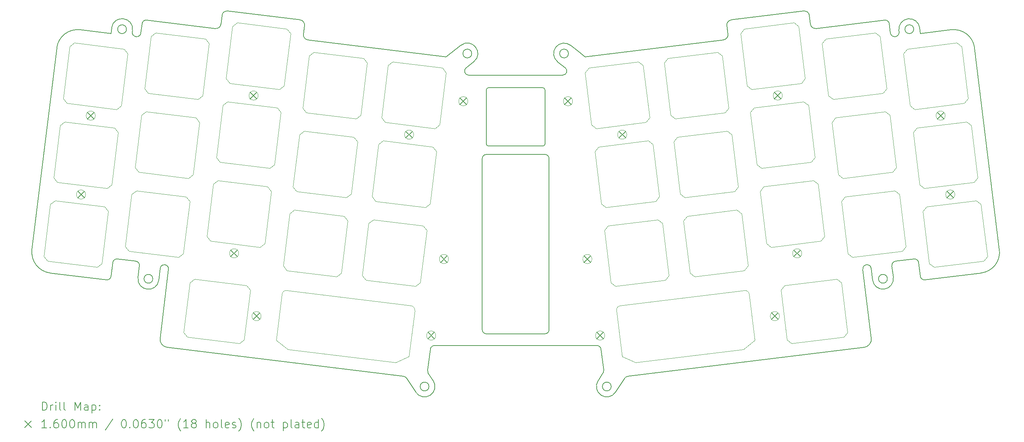
<source format=gbr>
%TF.GenerationSoftware,KiCad,Pcbnew,7.0.10-7.0.10~ubuntu23.04.1*%
%TF.CreationDate,Date%
%TF.ProjectId,plate,706c6174-652e-46b6-9963-61645f706362,v0.1*%
%TF.SameCoordinates,Original*%
%TF.FileFunction,Drillmap*%
%TF.FilePolarity,Positive*%
%FSLAX45Y45*%
G04 Gerber Fmt 4.5, Leading zero omitted, Abs format (unit mm)*
G04 Created by KiCad*
%MOMM*%
%LPD*%
G01*
G04 APERTURE LIST*
%ADD10C,0.200000*%
%ADD11C,0.050000*%
%ADD12C,0.160000*%
G04 APERTURE END LIST*
D10*
X7768292Y-5899563D02*
X9505248Y-6112834D01*
X13000263Y-6996607D02*
X13352501Y-6720889D01*
X24349350Y-12254164D02*
G75*
G03*
X24460788Y-12341232I99260J12194D01*
G01*
X17344395Y-14654494D02*
X23002554Y-13959760D01*
X15313947Y-9135806D02*
X14013947Y-9135806D01*
X5019723Y-11927357D02*
X4979547Y-12254570D01*
X3086355Y-11619111D02*
G75*
G03*
X3521694Y-12176319I496255J-60949D01*
G01*
X13660987Y-7114385D02*
G75*
G03*
X13352501Y-6720889I-154247J196745D01*
G01*
X16636342Y-14759971D02*
G75*
G03*
X17055221Y-15032984I209438J-136509D01*
G01*
X13611743Y-6917636D02*
G75*
G03*
X13401743Y-6917636I-105000J0D01*
G01*
X13401743Y-6917636D02*
G75*
G03*
X13611743Y-6917636I105000J0D01*
G01*
X5131165Y-11840286D02*
G75*
G03*
X5019723Y-11927357I-12195J-99244D01*
G01*
X6155813Y-12066852D02*
X6121562Y-12345799D01*
X12273674Y-15033392D02*
X12056088Y-14699552D01*
X5574672Y-6512416D02*
X5582675Y-6513399D01*
X25807199Y-12175911D02*
G75*
G03*
X26242538Y-11618705I-60919J496261D01*
G01*
X9609729Y-6246564D02*
X9583984Y-6456240D01*
X23002554Y-13959759D02*
G75*
G03*
X23176689Y-13736877I-24374J198509D01*
G01*
X12720579Y-13914990D02*
X16608264Y-13914636D01*
X24349347Y-12254164D02*
X24309170Y-11926951D01*
X5487603Y-6400975D02*
G75*
G03*
X5574672Y-6512416I99257J-12185D01*
G01*
X6152205Y-13737283D02*
X6354315Y-12091221D01*
X5659546Y-12005918D02*
G75*
G03*
X5572472Y-11894475I-99266J12178D01*
G01*
X5625289Y-12284864D02*
X5659540Y-12005917D01*
X21720071Y-6213315D02*
G75*
G03*
X21853807Y-6317795I119129J14655D01*
G01*
X6326340Y-13960166D02*
X11984498Y-14654900D01*
X24335684Y-6303549D02*
G75*
G03*
X23836896Y-6364792I-249394J-30621D01*
G01*
X23207331Y-12345393D02*
X23173081Y-12066446D01*
X7475087Y-6318200D02*
G75*
G03*
X7608817Y-6213720I14613J119120D01*
G01*
X19640428Y-6589563D02*
G75*
G03*
X19744910Y-6455834I-14608J119093D01*
G01*
X23207335Y-12345393D02*
G75*
G03*
X23703604Y-12284458I248135J30463D01*
G01*
X14013947Y-7735806D02*
X15313947Y-7735806D01*
X9583985Y-6456240D02*
G75*
G03*
X9688465Y-6589969I119085J-14640D01*
G01*
X13477932Y-7257363D02*
G75*
G03*
X13539500Y-7436170I61558J-78807D01*
G01*
X9609728Y-6246564D02*
G75*
G03*
X9505248Y-6112834I-119118J14614D01*
G01*
X25648849Y-6783501D02*
X26242538Y-11618705D01*
X15927151Y-6917230D02*
G75*
G03*
X15717151Y-6917230I-105000J0D01*
G01*
X15717151Y-6917230D02*
G75*
G03*
X15927151Y-6917230I105000J0D01*
G01*
X15464069Y-9434813D02*
X15464069Y-13534813D01*
X13539500Y-7436170D02*
X15789529Y-7435847D01*
X24352305Y-6438942D02*
X25091641Y-6348163D01*
X15364069Y-13634813D02*
X13964069Y-13634813D01*
X13660985Y-7114383D02*
X13477930Y-7257360D01*
X5491997Y-6365198D02*
G75*
G03*
X4993213Y-6303955I-249392J30621D01*
G01*
X21853807Y-6317795D02*
X23495992Y-6116160D01*
X5625289Y-12284864D02*
G75*
G03*
X6121562Y-12345799I248137J-30467D01*
G01*
X16170920Y-6872985D02*
X16328630Y-6996201D01*
X4237252Y-6348569D02*
X4976589Y-6439348D01*
X5832901Y-6116571D02*
G75*
G03*
X5721460Y-6203634I-12191J-99249D01*
G01*
X12720579Y-13914988D02*
G75*
G03*
X12621475Y-14001701I11J-100002D01*
G01*
X23756422Y-11894072D02*
G75*
G03*
X23669354Y-12005511I12178J-99248D01*
G01*
X15976392Y-6720482D02*
X16170920Y-6872985D01*
X4237252Y-6348570D02*
G75*
G03*
X3680044Y-6783907I-60922J-496290D01*
G01*
X13864077Y-13534813D02*
G75*
G03*
X13964069Y-13634813I100023J23D01*
G01*
X19744910Y-6455834D02*
X19719165Y-6246158D01*
X23669354Y-12005511D02*
X23703604Y-12284458D01*
X23560468Y-12314926D02*
G75*
G03*
X23350468Y-12314926I-105000J0D01*
G01*
X23350468Y-12314926D02*
G75*
G03*
X23560468Y-12314926I105000J0D01*
G01*
X5832902Y-6116566D02*
X7475087Y-6318201D01*
X15363954Y-7785806D02*
G75*
G03*
X15313947Y-7735806I-50004J-4D01*
G01*
X25807199Y-12175913D02*
X24460788Y-12341232D01*
X23607431Y-6203228D02*
G75*
G03*
X23495992Y-6116160I-99251J-12182D01*
G01*
X17272806Y-14699146D02*
X17055220Y-15032986D01*
X15363947Y-7785806D02*
X15363947Y-9085806D01*
X4868105Y-12341637D02*
G75*
G03*
X4979547Y-12254570I12185J99257D01*
G01*
X5582675Y-6513397D02*
G75*
G03*
X5694116Y-6426331I12185J99257D01*
G01*
X16707385Y-14001340D02*
X16774719Y-14503251D01*
X23634779Y-6425925D02*
G75*
G03*
X23746219Y-6512993I99261J12195D01*
G01*
X13964069Y-9334813D02*
X15364069Y-9334813D01*
X16707385Y-14001340D02*
G75*
G03*
X16608264Y-13914636I-99115J-13300D01*
G01*
X19823646Y-6112429D02*
X21560602Y-5899157D01*
X12588114Y-14896882D02*
G75*
G03*
X12378114Y-14896882I-105000J0D01*
G01*
X12378114Y-14896882D02*
G75*
G03*
X12588114Y-14896882I105000J0D01*
G01*
X24191288Y-6334171D02*
G75*
G03*
X23981288Y-6334171I-105000J0D01*
G01*
X23981288Y-6334171D02*
G75*
G03*
X24191288Y-6334171I105000J0D01*
G01*
X23836896Y-6364792D02*
X23841289Y-6400569D01*
X23607433Y-6203228D02*
X23634777Y-6425925D01*
X13964069Y-9334809D02*
G75*
G03*
X13864069Y-9434813I1J-100001D01*
G01*
X25648854Y-6783501D02*
G75*
G03*
X25091641Y-6348163I-496284J-60949D01*
G01*
X12273673Y-15033389D02*
G75*
G03*
X12692555Y-14760375I209444J136503D01*
G01*
X9688465Y-6589970D02*
X13000263Y-6996607D01*
X16328630Y-6996201D02*
X19640428Y-6589564D01*
X15313947Y-9135807D02*
G75*
G03*
X15363947Y-9085806I3J49997D01*
G01*
X24309168Y-11926952D02*
G75*
G03*
X24197729Y-11839884I-99248J-12178D01*
G01*
X15464067Y-9434813D02*
G75*
G03*
X15364069Y-9334813I-99997J3D01*
G01*
X16636338Y-14759969D02*
X16759388Y-14571135D01*
X15976392Y-6720483D02*
G75*
G03*
X15667909Y-7113977I-154242J-196747D01*
G01*
X13963947Y-9085806D02*
X13963947Y-7785806D01*
X15789529Y-7435849D02*
G75*
G03*
X15851070Y-7257038I-9J99999D01*
G01*
X16950780Y-14896476D02*
G75*
G03*
X16740779Y-14896476I-105000J0D01*
G01*
X16740779Y-14896476D02*
G75*
G03*
X16950780Y-14896476I105000J0D01*
G01*
X4868105Y-12341638D02*
X3521694Y-12176319D01*
X23756422Y-11894069D02*
X24197729Y-11839884D01*
X5131165Y-11840290D02*
X5572472Y-11894475D01*
X12554177Y-14503658D02*
G75*
G03*
X12569505Y-14571541I99113J-13292D01*
G01*
X12569505Y-14571541D02*
X12692555Y-14760375D01*
X5487605Y-6400975D02*
X5491997Y-6365198D01*
X17344396Y-14654496D02*
G75*
G03*
X17272806Y-14699146I12184J-99254D01*
G01*
X21694332Y-6003638D02*
X21720076Y-6213314D01*
X23173082Y-12066442D02*
G75*
G03*
X22974578Y-12090815I-99252J-12188D01*
G01*
X24352260Y-6438580D02*
X24335681Y-6303549D01*
X16759388Y-14571135D02*
G75*
G03*
X16774719Y-14503251I-83778J54595D01*
G01*
X6152205Y-13737283D02*
G75*
G03*
X6326340Y-13960166I198505J-24377D01*
G01*
X13864069Y-13534813D02*
X13864069Y-9434813D01*
X19823646Y-6112427D02*
G75*
G03*
X19719165Y-6246158I14634J-119113D01*
G01*
X23746219Y-6512993D02*
X23754221Y-6512010D01*
X7608817Y-6213720D02*
X7634562Y-6004044D01*
X5978426Y-12315332D02*
G75*
G03*
X5768426Y-12315332I-105000J0D01*
G01*
X5768426Y-12315332D02*
G75*
G03*
X5978426Y-12315332I105000J0D01*
G01*
X12554174Y-14503657D02*
X12621475Y-14001701D01*
X5694116Y-6426331D02*
X5721460Y-6203634D01*
X12056089Y-14699551D02*
G75*
G03*
X11984498Y-14654900I-83779J-54609D01*
G01*
X15851070Y-7257038D02*
X15667909Y-7113977D01*
X13963954Y-9085806D02*
G75*
G03*
X14013947Y-9135806I49996J-4D01*
G01*
X5347605Y-6334577D02*
G75*
G03*
X5137605Y-6334577I-105000J0D01*
G01*
X5137605Y-6334577D02*
G75*
G03*
X5347605Y-6334577I105000J0D01*
G01*
X15364069Y-13634819D02*
G75*
G03*
X15464069Y-13534813I-9J100009D01*
G01*
X14013947Y-7735807D02*
G75*
G03*
X13963947Y-7785806I3J-50003D01*
G01*
X3086356Y-11619111D02*
X3680044Y-6783907D01*
X4993213Y-6303955D02*
X4976633Y-6438986D01*
X21694340Y-6003637D02*
G75*
G03*
X21560602Y-5899157I-119120J-14643D01*
G01*
X23754221Y-6512008D02*
G75*
G03*
X23841289Y-6400569I-12191J99258D01*
G01*
X22974578Y-12090815D02*
X23176689Y-13736877D01*
X6354308Y-12091220D02*
G75*
G03*
X6155813Y-12066848I-99248J12180D01*
G01*
X7768292Y-5899557D02*
G75*
G03*
X7634562Y-6004044I-14603J-119133D01*
G01*
D11*
X19960333Y-10667365D02*
X18769278Y-10813608D01*
X19960333Y-10667365D02*
X20071774Y-10754433D01*
X18682210Y-10925050D02*
X18769278Y-10813608D01*
X18682210Y-10925050D02*
X18835765Y-12175658D01*
X20225330Y-12005041D02*
X20071774Y-10754433D01*
X18835765Y-12175658D02*
X18947207Y-12262726D01*
X20138262Y-12116482D02*
X20225330Y-12005041D01*
X18947207Y-12262726D02*
X20138262Y-12116482D01*
X21793093Y-9962504D02*
X20602038Y-10108747D01*
X21793093Y-9962504D02*
X21904535Y-10049572D01*
X20514970Y-10220189D02*
X20602038Y-10108747D01*
X20514970Y-10220189D02*
X20668525Y-11470797D01*
X22058090Y-11300180D02*
X21904535Y-10049572D01*
X20668525Y-11470797D02*
X20779967Y-11557864D01*
X21971022Y-11411621D02*
X22058090Y-11300180D01*
X20779967Y-11557864D02*
X21971022Y-11411621D01*
X11544755Y-8567043D02*
X12735810Y-8713286D01*
X11544755Y-8567043D02*
X11457687Y-8455601D01*
X12847252Y-8626218D02*
X12735810Y-8713286D01*
X12847252Y-8626218D02*
X13000807Y-7375610D01*
X11611243Y-7204993D02*
X11457687Y-8455601D01*
X13000807Y-7375610D02*
X12913739Y-7264169D01*
X11722684Y-7117925D02*
X11611243Y-7204993D01*
X12913739Y-7264169D02*
X11722684Y-7117925D01*
X11312594Y-10457843D02*
X12503649Y-10604086D01*
X11312594Y-10457843D02*
X11225526Y-10346402D01*
X12615091Y-10517019D02*
X12503649Y-10604086D01*
X12615091Y-10517019D02*
X12768646Y-9266411D01*
X11379081Y-9095794D02*
X11225526Y-10346402D01*
X12768646Y-9266411D02*
X12681578Y-9154969D01*
X11490523Y-9008726D02*
X11379081Y-9095794D01*
X12681578Y-9154969D02*
X11490523Y-9008726D01*
X6863423Y-12410222D02*
X6717180Y-13601277D01*
X6863423Y-12410222D02*
X6974865Y-12323154D01*
X6804247Y-13712719D02*
X6717180Y-13601277D01*
X6804247Y-13712719D02*
X8054856Y-13866274D01*
X8225473Y-12476710D02*
X6974865Y-12323154D01*
X8054856Y-13866274D02*
X8166297Y-13779207D01*
X8312540Y-12588151D02*
X8225473Y-12476710D01*
X8166297Y-13779207D02*
X8312540Y-12588151D01*
X23741934Y-10203043D02*
X22550878Y-10349286D01*
X23741934Y-10203043D02*
X23853375Y-10290111D01*
X22463811Y-10460728D02*
X22550878Y-10349286D01*
X22463811Y-10460728D02*
X22617366Y-11711336D01*
X24006931Y-11540719D02*
X23853375Y-10290111D01*
X22617366Y-11711336D02*
X22728808Y-11798403D01*
X23919863Y-11652160D02*
X24006931Y-11540719D01*
X22728808Y-11798403D02*
X23919863Y-11652160D01*
X16026897Y-8060706D02*
G75*
G03*
X15806897Y-8060706I-110000J0D01*
G01*
X15806897Y-8060706D02*
G75*
G03*
X16026897Y-8060706I110000J0D01*
G01*
X23509773Y-8312242D02*
X22318717Y-8458486D01*
X23509773Y-8312242D02*
X23621214Y-8399310D01*
X22231650Y-8569927D02*
X22318717Y-8458486D01*
X22231650Y-8569927D02*
X22385205Y-9820535D01*
X23774770Y-9649918D02*
X23621214Y-8399310D01*
X22385205Y-9820535D02*
X22496646Y-9907603D01*
X23687702Y-9761360D02*
X23774770Y-9649918D01*
X22496646Y-9907603D02*
X23687702Y-9761360D01*
X12751814Y-13675067D02*
G75*
G03*
X12531814Y-13675067I-110000J0D01*
G01*
X12531814Y-13675067D02*
G75*
G03*
X12751814Y-13675067I110000J0D01*
G01*
X8570397Y-13211116D02*
G75*
G03*
X8350397Y-13211116I-110000J0D01*
G01*
X8350397Y-13211116D02*
G75*
G03*
X8570397Y-13211116I110000J0D01*
G01*
X24945353Y-8405144D02*
G75*
G03*
X24725353Y-8405144I-110000J0D01*
G01*
X24725353Y-8405144D02*
G75*
G03*
X24945353Y-8405144I110000J0D01*
G01*
X16796080Y-13675067D02*
G75*
G03*
X16576080Y-13675067I-110000J0D01*
G01*
X16576080Y-13675067D02*
G75*
G03*
X16796080Y-13675067I110000J0D01*
G01*
X13056675Y-11842307D02*
G75*
G03*
X12836675Y-11842307I-110000J0D01*
G01*
X12836675Y-11842307D02*
G75*
G03*
X13056675Y-11842307I110000J0D01*
G01*
X5408032Y-11652160D02*
X6599087Y-11798403D01*
X5408032Y-11652160D02*
X5320964Y-11540719D01*
X6710528Y-11711336D02*
X6599087Y-11798403D01*
X6710528Y-11711336D02*
X6864084Y-10460728D01*
X5474519Y-10290111D02*
X5320964Y-11540719D01*
X6864084Y-10460728D02*
X6777016Y-10349286D01*
X5585961Y-10203043D02*
X5474519Y-10290111D01*
X6777016Y-10349286D02*
X5585961Y-10203043D01*
X18069533Y-10899526D02*
X16878477Y-11045769D01*
X18069533Y-10899526D02*
X18180974Y-10986594D01*
X16791409Y-11157211D02*
X16878477Y-11045769D01*
X16791409Y-11157211D02*
X16944965Y-12407819D01*
X18334529Y-12237202D02*
X18180974Y-10986594D01*
X16944965Y-12407819D02*
X17056406Y-12494887D01*
X18247462Y-12348644D02*
X18334529Y-12237202D01*
X17056406Y-12494887D02*
X18247462Y-12348644D01*
X9653955Y-8334882D02*
X10845010Y-8481125D01*
X9653955Y-8334882D02*
X9566887Y-8223440D01*
X10956451Y-8394057D02*
X10845010Y-8481125D01*
X10956451Y-8394057D02*
X11110007Y-7143449D01*
X9720442Y-6972832D02*
X9566887Y-8223440D01*
X11110007Y-7143449D02*
X11022939Y-7032007D01*
X9831884Y-6885764D02*
X9720442Y-6972832D01*
X11022939Y-7032007D02*
X9831884Y-6885764D01*
X4370380Y-10295944D02*
G75*
G03*
X4150380Y-10295944I-110000J0D01*
G01*
X4150380Y-10295944D02*
G75*
G03*
X4370380Y-10295944I110000J0D01*
G01*
X11080433Y-12348644D02*
X12271488Y-12494887D01*
X11080433Y-12348644D02*
X10993365Y-12237202D01*
X12382930Y-12407819D02*
X12271488Y-12494887D01*
X12382930Y-12407819D02*
X12536485Y-11157211D01*
X11146920Y-10986594D02*
X10993365Y-12237202D01*
X12536485Y-11157211D02*
X12449417Y-11045769D01*
X11258362Y-10899526D02*
X11146920Y-10986594D01*
X12449417Y-11045769D02*
X11258362Y-10899526D01*
X8936406Y-13790949D02*
X9072291Y-12684260D01*
X8936406Y-13790949D02*
X9212234Y-14006168D01*
X9183732Y-12597193D02*
X12161370Y-12962801D01*
X11792853Y-14323029D02*
X9212234Y-14006168D01*
X12248438Y-13074242D02*
X12112554Y-14180931D01*
X12112554Y-14180931D02*
X11792853Y-14323029D01*
X9183732Y-12597193D02*
G75*
G03*
X9072291Y-12684260I-12187J-99254D01*
G01*
X12248438Y-13074242D02*
G75*
G03*
X12161370Y-12962801I-99255J12187D01*
G01*
X3691352Y-10001899D02*
X4882407Y-10148142D01*
X3691352Y-10001899D02*
X3604284Y-9890457D01*
X4993849Y-10061074D02*
X4882407Y-10148142D01*
X4993849Y-10061074D02*
X5147404Y-8810466D01*
X3757840Y-8639849D02*
X3604284Y-9890457D01*
X5147404Y-8810466D02*
X5060337Y-8699025D01*
X3869281Y-8552782D02*
X3757840Y-8639849D01*
X5060337Y-8699025D02*
X3869281Y-8552782D01*
X23277612Y-6421442D02*
X22086556Y-6567685D01*
X23277612Y-6421442D02*
X23389053Y-6508510D01*
X21999489Y-6679127D02*
X22086556Y-6567685D01*
X21999489Y-6679127D02*
X22153044Y-7929735D01*
X23542608Y-7759118D02*
X23389053Y-6508510D01*
X22153044Y-7929735D02*
X22264485Y-8016803D01*
X23455541Y-7870559D02*
X23542608Y-7759118D01*
X22264485Y-8016803D02*
X23455541Y-7870559D01*
X25226452Y-6661981D02*
X24035397Y-6808224D01*
X25226452Y-6661981D02*
X25337894Y-6749049D01*
X23948329Y-6919666D02*
X24035397Y-6808224D01*
X23948329Y-6919666D02*
X24101885Y-8170274D01*
X25491449Y-7999657D02*
X25337894Y-6749049D01*
X24101885Y-8170274D02*
X24213326Y-8257342D01*
X25404381Y-8111098D02*
X25491449Y-7999657D01*
X24213326Y-8257342D02*
X25404381Y-8111098D01*
X5640193Y-9761360D02*
X6831248Y-9907603D01*
X5640193Y-9761360D02*
X5553125Y-9649918D01*
X6942689Y-9820535D02*
X6831248Y-9907603D01*
X6942689Y-9820535D02*
X7096245Y-8569927D01*
X5706680Y-8399310D02*
X5553125Y-9649918D01*
X7096245Y-8569927D02*
X7009177Y-8458486D01*
X5818122Y-8312242D02*
X5706680Y-8399310D01*
X7009177Y-8458486D02*
X5818122Y-8312242D01*
X3923513Y-8111098D02*
X5114568Y-8257342D01*
X3923513Y-8111098D02*
X3836445Y-7999657D01*
X5226010Y-8170274D02*
X5114568Y-8257342D01*
X5226010Y-8170274D02*
X5379565Y-6919666D01*
X3990001Y-6749049D02*
X3836445Y-7999657D01*
X5379565Y-6919666D02*
X5292498Y-6808224D01*
X4101442Y-6661981D02*
X3990001Y-6749049D01*
X5292498Y-6808224D02*
X4101442Y-6661981D01*
X5872354Y-7870559D02*
X7063409Y-8016803D01*
X5872354Y-7870559D02*
X5785286Y-7759118D01*
X7174851Y-7929735D02*
X7063409Y-8016803D01*
X7174851Y-7929735D02*
X7328406Y-6679127D01*
X5938841Y-6508510D02*
X5785286Y-7759118D01*
X7328406Y-6679127D02*
X7241338Y-6567685D01*
X6050283Y-6421442D02*
X5938841Y-6508510D01*
X7241338Y-6567685D02*
X6050283Y-6421442D01*
X7589033Y-9520821D02*
X8780089Y-9667064D01*
X7589033Y-9520821D02*
X7501966Y-9409379D01*
X8891530Y-9579996D02*
X8780089Y-9667064D01*
X8891530Y-9579996D02*
X9045086Y-8329388D01*
X7655521Y-8158771D02*
X7501966Y-9409379D01*
X9045086Y-8329388D02*
X8958018Y-8217947D01*
X7766962Y-8071703D02*
X7655521Y-8158771D01*
X8958018Y-8217947D02*
X7766962Y-8071703D01*
X25690911Y-10443261D02*
X24499856Y-10589504D01*
X25690911Y-10443261D02*
X25802353Y-10530328D01*
X24412788Y-10700945D02*
X24499856Y-10589504D01*
X24412788Y-10700945D02*
X24566344Y-11951553D01*
X25955908Y-11780936D02*
X25802353Y-10530328D01*
X24566344Y-11951553D02*
X24677785Y-12038621D01*
X25868840Y-11892378D02*
X25955908Y-11780936D01*
X24677785Y-12038621D02*
X25868840Y-11892378D01*
X16491219Y-11842307D02*
G75*
G03*
X16271219Y-11842307I-110000J0D01*
G01*
X16271219Y-11842307D02*
G75*
G03*
X16491219Y-11842307I110000J0D01*
G01*
X8500223Y-7924065D02*
G75*
G03*
X8280223Y-7924065I-110000J0D01*
G01*
X8280223Y-7924065D02*
G75*
G03*
X8500223Y-7924065I110000J0D01*
G01*
X13520998Y-8060706D02*
G75*
G03*
X13300998Y-8060706I-110000J0D01*
G01*
X13300998Y-8060706D02*
G75*
G03*
X13520998Y-8060706I110000J0D01*
G01*
X8035284Y-11705585D02*
G75*
G03*
X7815284Y-11705585I-110000J0D01*
G01*
X7815284Y-11705585D02*
G75*
G03*
X8035284Y-11705585I110000J0D01*
G01*
X21047672Y-7924065D02*
G75*
G03*
X20827672Y-7924065I-110000J0D01*
G01*
X20827672Y-7924065D02*
G75*
G03*
X21047672Y-7924065I110000J0D01*
G01*
X17324727Y-8861006D02*
G75*
G03*
X17104727Y-8861006I-110000J0D01*
G01*
X17104727Y-8861006D02*
G75*
G03*
X17324727Y-8861006I110000J0D01*
G01*
X3459808Y-11892781D02*
X4650863Y-12039024D01*
X3459808Y-11892781D02*
X3372740Y-11781340D01*
X4762305Y-11951957D02*
X4650863Y-12039024D01*
X4762305Y-11951957D02*
X4915860Y-10701349D01*
X3526295Y-10530732D02*
X3372740Y-11781340D01*
X4915860Y-10701349D02*
X4828792Y-10589907D01*
X3637737Y-10443664D02*
X3526295Y-10530732D01*
X4828792Y-10589907D02*
X3637737Y-10443664D01*
X21512610Y-11705584D02*
G75*
G03*
X21292610Y-11705584I-110000J0D01*
G01*
X21292610Y-11705584D02*
G75*
G03*
X21512610Y-11705584I110000J0D01*
G01*
X9189632Y-12116482D02*
X10380688Y-12262726D01*
X9189632Y-12116482D02*
X9102565Y-12005041D01*
X10492129Y-12175658D02*
X10380688Y-12262726D01*
X10492129Y-12175658D02*
X10645685Y-10925050D01*
X9256120Y-10754433D02*
X9102565Y-12005041D01*
X10645685Y-10925050D02*
X10558617Y-10813608D01*
X9367562Y-10667365D02*
X9256120Y-10754433D01*
X10558617Y-10813608D02*
X9367562Y-10667365D01*
X17215341Y-14180931D02*
X17079456Y-13074242D01*
X17215341Y-14180931D02*
X17535041Y-14323029D01*
X17166524Y-12962801D02*
X20144162Y-12597193D01*
X20115661Y-14006168D02*
X17535041Y-14323029D01*
X20255604Y-12684260D02*
X20391488Y-13790949D01*
X20391488Y-13790949D02*
X20115661Y-14006168D01*
X17166524Y-12962801D02*
G75*
G03*
X17079456Y-13074242I12187J-99254D01*
G01*
X20255604Y-12684260D02*
G75*
G03*
X20144162Y-12597193I-99255J-12187D01*
G01*
X7356872Y-11411621D02*
X8547928Y-11557864D01*
X7356872Y-11411621D02*
X7269804Y-11300180D01*
X8659369Y-11470797D02*
X8547928Y-11557864D01*
X8659369Y-11470797D02*
X8812925Y-10220189D01*
X7423360Y-10049572D02*
X7269804Y-11300180D01*
X8812925Y-10220189D02*
X8725857Y-10108747D01*
X7534801Y-9962504D02*
X7423360Y-10049572D01*
X8725857Y-10108747D02*
X7534801Y-9962504D01*
X25458613Y-8552782D02*
X24267558Y-8699025D01*
X25458613Y-8552782D02*
X25570055Y-8639849D01*
X24180490Y-8810466D02*
X24267558Y-8699025D01*
X24180490Y-8810466D02*
X24334046Y-10061074D01*
X25723610Y-9890457D02*
X25570055Y-8639849D01*
X24334046Y-10061074D02*
X24445487Y-10148142D01*
X25636543Y-10001899D02*
X25723610Y-9890457D01*
X24445487Y-10148142D02*
X25636543Y-10001899D01*
X17605210Y-7117925D02*
X16414155Y-7264169D01*
X17605210Y-7117925D02*
X17716652Y-7204993D01*
X16327087Y-7375610D02*
X16414155Y-7264169D01*
X16327087Y-7375610D02*
X16480643Y-8626218D01*
X17870207Y-8455601D02*
X17716652Y-7204993D01*
X16480643Y-8626218D02*
X16592084Y-8713286D01*
X17783140Y-8567043D02*
X17870207Y-8455601D01*
X16592084Y-8713286D02*
X17783140Y-8567043D01*
X20977497Y-13211116D02*
G75*
G03*
X20757497Y-13211116I-110000J0D01*
G01*
X20757497Y-13211116D02*
G75*
G03*
X20977497Y-13211116I110000J0D01*
G01*
X19728172Y-8776565D02*
X18537116Y-8922808D01*
X19728172Y-8776565D02*
X19839613Y-8863632D01*
X18450049Y-9034250D02*
X18537116Y-8922808D01*
X18450049Y-9034250D02*
X18603604Y-10284858D01*
X19993169Y-10114241D02*
X19839613Y-8863632D01*
X18603604Y-10284858D02*
X18715046Y-10371925D01*
X19906101Y-10225682D02*
X19993169Y-10114241D01*
X18715046Y-10371925D02*
X19906101Y-10225682D01*
X12223167Y-8861006D02*
G75*
G03*
X12003167Y-8861006I-110000J0D01*
G01*
X12003167Y-8861006D02*
G75*
G03*
X12223167Y-8861006I110000J0D01*
G01*
X25177514Y-10295944D02*
G75*
G03*
X24957514Y-10295944I-110000J0D01*
G01*
X24957514Y-10295944D02*
G75*
G03*
X25177514Y-10295944I110000J0D01*
G01*
X17837371Y-9008726D02*
X16646316Y-9154969D01*
X17837371Y-9008726D02*
X17948813Y-9095794D01*
X16559248Y-9266411D02*
X16646316Y-9154969D01*
X16559248Y-9266411D02*
X16712804Y-10517019D01*
X18102368Y-10346402D02*
X17948813Y-9095794D01*
X16712804Y-10517019D02*
X16824245Y-10604086D01*
X18015301Y-10457843D02*
X18102368Y-10346402D01*
X16824245Y-10604086D02*
X18015301Y-10457843D01*
X4602542Y-8405144D02*
G75*
G03*
X4382542Y-8405144I-110000J0D01*
G01*
X4382542Y-8405144D02*
G75*
G03*
X4602542Y-8405144I110000J0D01*
G01*
X21328771Y-6180903D02*
X20137716Y-6327146D01*
X21328771Y-6180903D02*
X21440212Y-6267971D01*
X20050648Y-6438588D02*
X20137716Y-6327146D01*
X20050648Y-6438588D02*
X20204203Y-7689196D01*
X21593768Y-7518579D02*
X21440212Y-6267971D01*
X20204203Y-7689196D02*
X20315645Y-7776264D01*
X21506700Y-7630020D02*
X21593768Y-7518579D01*
X20315645Y-7776264D02*
X21506700Y-7630020D01*
X19496011Y-6885764D02*
X18304955Y-7032007D01*
X19496011Y-6885764D02*
X19607452Y-6972832D01*
X18217888Y-7143449D02*
X18304955Y-7032007D01*
X18217888Y-7143449D02*
X18371443Y-8394057D01*
X19761008Y-8223440D02*
X19607452Y-6972832D01*
X18371443Y-8394057D02*
X18482885Y-8481125D01*
X19673940Y-8334882D02*
X19761008Y-8223440D01*
X18482885Y-8481125D02*
X19673940Y-8334882D01*
X21015354Y-12588151D02*
X21161597Y-13779207D01*
X21015354Y-12588151D02*
X21102422Y-12476710D01*
X21273039Y-13866274D02*
X21161597Y-13779207D01*
X21273039Y-13866274D02*
X22523647Y-13712719D01*
X22353030Y-12323154D02*
X21102422Y-12476710D01*
X22523647Y-13712719D02*
X22610715Y-13601277D01*
X22464471Y-12410222D02*
X22353030Y-12323154D01*
X22610715Y-13601277D02*
X22464471Y-12410222D01*
X7821194Y-7630020D02*
X9012250Y-7776264D01*
X7821194Y-7630020D02*
X7734127Y-7518579D01*
X9123691Y-7689196D02*
X9012250Y-7776264D01*
X9123691Y-7689196D02*
X9277247Y-6438588D01*
X7887682Y-6267971D02*
X7734127Y-7518579D01*
X9277247Y-6438588D02*
X9190179Y-6327146D01*
X7999124Y-6180903D02*
X7887682Y-6267971D01*
X9190179Y-6327146D02*
X7999124Y-6180903D01*
X9421793Y-10225682D02*
X10612849Y-10371925D01*
X9421793Y-10225682D02*
X9334726Y-10114241D01*
X10724290Y-10284858D02*
X10612849Y-10371925D01*
X10724290Y-10284858D02*
X10877846Y-9034250D01*
X9488281Y-8863632D02*
X9334726Y-10114241D01*
X10877846Y-9034250D02*
X10790778Y-8922808D01*
X9599723Y-8776565D02*
X9488281Y-8863632D01*
X10790778Y-8922808D02*
X9599723Y-8776565D01*
X21560932Y-8071703D02*
X20369877Y-8217947D01*
X21560932Y-8071703D02*
X21672374Y-8158771D01*
X20282809Y-8329388D02*
X20369877Y-8217947D01*
X20282809Y-8329388D02*
X20436364Y-9579996D01*
X21825929Y-9409379D02*
X21672374Y-8158771D01*
X20436364Y-9579996D02*
X20547806Y-9667064D01*
X21738861Y-9520821D02*
X21825929Y-9409379D01*
X20547806Y-9667064D02*
X21738861Y-9520821D01*
D10*
D12*
X4180380Y-10215944D02*
X4340380Y-10375944D01*
X4340380Y-10215944D02*
X4180380Y-10375944D01*
X4412542Y-8325144D02*
X4572542Y-8485144D01*
X4572542Y-8325144D02*
X4412542Y-8485144D01*
X7845284Y-11625585D02*
X8005284Y-11785585D01*
X8005284Y-11625585D02*
X7845284Y-11785585D01*
X8310223Y-7844065D02*
X8470223Y-8004065D01*
X8470223Y-7844065D02*
X8310223Y-8004065D01*
X8380397Y-13131116D02*
X8540397Y-13291116D01*
X8540397Y-13131116D02*
X8380397Y-13291116D01*
X12033167Y-8781006D02*
X12193167Y-8941006D01*
X12193167Y-8781006D02*
X12033167Y-8941006D01*
X12561814Y-13595067D02*
X12721814Y-13755067D01*
X12721814Y-13595067D02*
X12561814Y-13755067D01*
X12866675Y-11762307D02*
X13026675Y-11922307D01*
X13026675Y-11762307D02*
X12866675Y-11922307D01*
X13330998Y-7980706D02*
X13490998Y-8140706D01*
X13490998Y-7980706D02*
X13330998Y-8140706D01*
X15836897Y-7980706D02*
X15996897Y-8140706D01*
X15996897Y-7980706D02*
X15836897Y-8140706D01*
X16301219Y-11762307D02*
X16461219Y-11922307D01*
X16461219Y-11762307D02*
X16301219Y-11922307D01*
X16606080Y-13595067D02*
X16766080Y-13755067D01*
X16766080Y-13595067D02*
X16606080Y-13755067D01*
X17134727Y-8781006D02*
X17294727Y-8941006D01*
X17294727Y-8781006D02*
X17134727Y-8941006D01*
X20787497Y-13131116D02*
X20947497Y-13291116D01*
X20947497Y-13131116D02*
X20787497Y-13291116D01*
X20857672Y-7844065D02*
X21017672Y-8004065D01*
X21017672Y-7844065D02*
X20857672Y-8004065D01*
X21322610Y-11625584D02*
X21482610Y-11785584D01*
X21482610Y-11625584D02*
X21322610Y-11785584D01*
X24755353Y-8325144D02*
X24915353Y-8485144D01*
X24915353Y-8325144D02*
X24755353Y-8485144D01*
X24987514Y-10215944D02*
X25147514Y-10375944D01*
X25147514Y-10215944D02*
X24987514Y-10375944D01*
D10*
X3333403Y-15468369D02*
X3333403Y-15268369D01*
X3333403Y-15268369D02*
X3381022Y-15268369D01*
X3381022Y-15268369D02*
X3409593Y-15277893D01*
X3409593Y-15277893D02*
X3428641Y-15296941D01*
X3428641Y-15296941D02*
X3438165Y-15315988D01*
X3438165Y-15315988D02*
X3447689Y-15354084D01*
X3447689Y-15354084D02*
X3447689Y-15382655D01*
X3447689Y-15382655D02*
X3438165Y-15420750D01*
X3438165Y-15420750D02*
X3428641Y-15439798D01*
X3428641Y-15439798D02*
X3409593Y-15458846D01*
X3409593Y-15458846D02*
X3381022Y-15468369D01*
X3381022Y-15468369D02*
X3333403Y-15468369D01*
X3533403Y-15468369D02*
X3533403Y-15335036D01*
X3533403Y-15373131D02*
X3542927Y-15354084D01*
X3542927Y-15354084D02*
X3552450Y-15344560D01*
X3552450Y-15344560D02*
X3571498Y-15335036D01*
X3571498Y-15335036D02*
X3590546Y-15335036D01*
X3657212Y-15468369D02*
X3657212Y-15335036D01*
X3657212Y-15268369D02*
X3647689Y-15277893D01*
X3647689Y-15277893D02*
X3657212Y-15287417D01*
X3657212Y-15287417D02*
X3666736Y-15277893D01*
X3666736Y-15277893D02*
X3657212Y-15268369D01*
X3657212Y-15268369D02*
X3657212Y-15287417D01*
X3781022Y-15468369D02*
X3761974Y-15458846D01*
X3761974Y-15458846D02*
X3752450Y-15439798D01*
X3752450Y-15439798D02*
X3752450Y-15268369D01*
X3885784Y-15468369D02*
X3866736Y-15458846D01*
X3866736Y-15458846D02*
X3857212Y-15439798D01*
X3857212Y-15439798D02*
X3857212Y-15268369D01*
X4114355Y-15468369D02*
X4114355Y-15268369D01*
X4114355Y-15268369D02*
X4181022Y-15411227D01*
X4181022Y-15411227D02*
X4247689Y-15268369D01*
X4247689Y-15268369D02*
X4247689Y-15468369D01*
X4428641Y-15468369D02*
X4428641Y-15363608D01*
X4428641Y-15363608D02*
X4419117Y-15344560D01*
X4419117Y-15344560D02*
X4400070Y-15335036D01*
X4400070Y-15335036D02*
X4361974Y-15335036D01*
X4361974Y-15335036D02*
X4342927Y-15344560D01*
X4428641Y-15458846D02*
X4409593Y-15468369D01*
X4409593Y-15468369D02*
X4361974Y-15468369D01*
X4361974Y-15468369D02*
X4342927Y-15458846D01*
X4342927Y-15458846D02*
X4333403Y-15439798D01*
X4333403Y-15439798D02*
X4333403Y-15420750D01*
X4333403Y-15420750D02*
X4342927Y-15401703D01*
X4342927Y-15401703D02*
X4361974Y-15392179D01*
X4361974Y-15392179D02*
X4409593Y-15392179D01*
X4409593Y-15392179D02*
X4428641Y-15382655D01*
X4523879Y-15335036D02*
X4523879Y-15535036D01*
X4523879Y-15344560D02*
X4542927Y-15335036D01*
X4542927Y-15335036D02*
X4581022Y-15335036D01*
X4581022Y-15335036D02*
X4600070Y-15344560D01*
X4600070Y-15344560D02*
X4609593Y-15354084D01*
X4609593Y-15354084D02*
X4619117Y-15373131D01*
X4619117Y-15373131D02*
X4619117Y-15430274D01*
X4619117Y-15430274D02*
X4609593Y-15449322D01*
X4609593Y-15449322D02*
X4600070Y-15458846D01*
X4600070Y-15458846D02*
X4581022Y-15468369D01*
X4581022Y-15468369D02*
X4542927Y-15468369D01*
X4542927Y-15468369D02*
X4523879Y-15458846D01*
X4704832Y-15449322D02*
X4714355Y-15458846D01*
X4714355Y-15458846D02*
X4704832Y-15468369D01*
X4704832Y-15468369D02*
X4695308Y-15458846D01*
X4695308Y-15458846D02*
X4704832Y-15449322D01*
X4704832Y-15449322D02*
X4704832Y-15468369D01*
X4704832Y-15344560D02*
X4714355Y-15354084D01*
X4714355Y-15354084D02*
X4704832Y-15363608D01*
X4704832Y-15363608D02*
X4695308Y-15354084D01*
X4695308Y-15354084D02*
X4704832Y-15344560D01*
X4704832Y-15344560D02*
X4704832Y-15363608D01*
D12*
X2912626Y-15716886D02*
X3072626Y-15876886D01*
X3072626Y-15716886D02*
X2912626Y-15876886D01*
D10*
X3438165Y-15888369D02*
X3323879Y-15888369D01*
X3381022Y-15888369D02*
X3381022Y-15688369D01*
X3381022Y-15688369D02*
X3361974Y-15716941D01*
X3361974Y-15716941D02*
X3342927Y-15735988D01*
X3342927Y-15735988D02*
X3323879Y-15745512D01*
X3523879Y-15869322D02*
X3533403Y-15878846D01*
X3533403Y-15878846D02*
X3523879Y-15888369D01*
X3523879Y-15888369D02*
X3514355Y-15878846D01*
X3514355Y-15878846D02*
X3523879Y-15869322D01*
X3523879Y-15869322D02*
X3523879Y-15888369D01*
X3704831Y-15688369D02*
X3666736Y-15688369D01*
X3666736Y-15688369D02*
X3647689Y-15697893D01*
X3647689Y-15697893D02*
X3638165Y-15707417D01*
X3638165Y-15707417D02*
X3619117Y-15735988D01*
X3619117Y-15735988D02*
X3609593Y-15774084D01*
X3609593Y-15774084D02*
X3609593Y-15850274D01*
X3609593Y-15850274D02*
X3619117Y-15869322D01*
X3619117Y-15869322D02*
X3628641Y-15878846D01*
X3628641Y-15878846D02*
X3647689Y-15888369D01*
X3647689Y-15888369D02*
X3685784Y-15888369D01*
X3685784Y-15888369D02*
X3704831Y-15878846D01*
X3704831Y-15878846D02*
X3714355Y-15869322D01*
X3714355Y-15869322D02*
X3723879Y-15850274D01*
X3723879Y-15850274D02*
X3723879Y-15802655D01*
X3723879Y-15802655D02*
X3714355Y-15783608D01*
X3714355Y-15783608D02*
X3704831Y-15774084D01*
X3704831Y-15774084D02*
X3685784Y-15764560D01*
X3685784Y-15764560D02*
X3647689Y-15764560D01*
X3647689Y-15764560D02*
X3628641Y-15774084D01*
X3628641Y-15774084D02*
X3619117Y-15783608D01*
X3619117Y-15783608D02*
X3609593Y-15802655D01*
X3847689Y-15688369D02*
X3866736Y-15688369D01*
X3866736Y-15688369D02*
X3885784Y-15697893D01*
X3885784Y-15697893D02*
X3895308Y-15707417D01*
X3895308Y-15707417D02*
X3904831Y-15726465D01*
X3904831Y-15726465D02*
X3914355Y-15764560D01*
X3914355Y-15764560D02*
X3914355Y-15812179D01*
X3914355Y-15812179D02*
X3904831Y-15850274D01*
X3904831Y-15850274D02*
X3895308Y-15869322D01*
X3895308Y-15869322D02*
X3885784Y-15878846D01*
X3885784Y-15878846D02*
X3866736Y-15888369D01*
X3866736Y-15888369D02*
X3847689Y-15888369D01*
X3847689Y-15888369D02*
X3828641Y-15878846D01*
X3828641Y-15878846D02*
X3819117Y-15869322D01*
X3819117Y-15869322D02*
X3809593Y-15850274D01*
X3809593Y-15850274D02*
X3800070Y-15812179D01*
X3800070Y-15812179D02*
X3800070Y-15764560D01*
X3800070Y-15764560D02*
X3809593Y-15726465D01*
X3809593Y-15726465D02*
X3819117Y-15707417D01*
X3819117Y-15707417D02*
X3828641Y-15697893D01*
X3828641Y-15697893D02*
X3847689Y-15688369D01*
X4038165Y-15688369D02*
X4057212Y-15688369D01*
X4057212Y-15688369D02*
X4076260Y-15697893D01*
X4076260Y-15697893D02*
X4085784Y-15707417D01*
X4085784Y-15707417D02*
X4095308Y-15726465D01*
X4095308Y-15726465D02*
X4104831Y-15764560D01*
X4104831Y-15764560D02*
X4104831Y-15812179D01*
X4104831Y-15812179D02*
X4095308Y-15850274D01*
X4095308Y-15850274D02*
X4085784Y-15869322D01*
X4085784Y-15869322D02*
X4076260Y-15878846D01*
X4076260Y-15878846D02*
X4057212Y-15888369D01*
X4057212Y-15888369D02*
X4038165Y-15888369D01*
X4038165Y-15888369D02*
X4019117Y-15878846D01*
X4019117Y-15878846D02*
X4009593Y-15869322D01*
X4009593Y-15869322D02*
X4000070Y-15850274D01*
X4000070Y-15850274D02*
X3990546Y-15812179D01*
X3990546Y-15812179D02*
X3990546Y-15764560D01*
X3990546Y-15764560D02*
X4000070Y-15726465D01*
X4000070Y-15726465D02*
X4009593Y-15707417D01*
X4009593Y-15707417D02*
X4019117Y-15697893D01*
X4019117Y-15697893D02*
X4038165Y-15688369D01*
X4190546Y-15888369D02*
X4190546Y-15755036D01*
X4190546Y-15774084D02*
X4200070Y-15764560D01*
X4200070Y-15764560D02*
X4219117Y-15755036D01*
X4219117Y-15755036D02*
X4247689Y-15755036D01*
X4247689Y-15755036D02*
X4266736Y-15764560D01*
X4266736Y-15764560D02*
X4276260Y-15783608D01*
X4276260Y-15783608D02*
X4276260Y-15888369D01*
X4276260Y-15783608D02*
X4285784Y-15764560D01*
X4285784Y-15764560D02*
X4304832Y-15755036D01*
X4304832Y-15755036D02*
X4333403Y-15755036D01*
X4333403Y-15755036D02*
X4352451Y-15764560D01*
X4352451Y-15764560D02*
X4361974Y-15783608D01*
X4361974Y-15783608D02*
X4361974Y-15888369D01*
X4457213Y-15888369D02*
X4457213Y-15755036D01*
X4457213Y-15774084D02*
X4466736Y-15764560D01*
X4466736Y-15764560D02*
X4485784Y-15755036D01*
X4485784Y-15755036D02*
X4514355Y-15755036D01*
X4514355Y-15755036D02*
X4533403Y-15764560D01*
X4533403Y-15764560D02*
X4542927Y-15783608D01*
X4542927Y-15783608D02*
X4542927Y-15888369D01*
X4542927Y-15783608D02*
X4552451Y-15764560D01*
X4552451Y-15764560D02*
X4571498Y-15755036D01*
X4571498Y-15755036D02*
X4600070Y-15755036D01*
X4600070Y-15755036D02*
X4619117Y-15764560D01*
X4619117Y-15764560D02*
X4628641Y-15783608D01*
X4628641Y-15783608D02*
X4628641Y-15888369D01*
X5019117Y-15678846D02*
X4847689Y-15935988D01*
X5276260Y-15688369D02*
X5295308Y-15688369D01*
X5295308Y-15688369D02*
X5314356Y-15697893D01*
X5314356Y-15697893D02*
X5323879Y-15707417D01*
X5323879Y-15707417D02*
X5333403Y-15726465D01*
X5333403Y-15726465D02*
X5342927Y-15764560D01*
X5342927Y-15764560D02*
X5342927Y-15812179D01*
X5342927Y-15812179D02*
X5333403Y-15850274D01*
X5333403Y-15850274D02*
X5323879Y-15869322D01*
X5323879Y-15869322D02*
X5314356Y-15878846D01*
X5314356Y-15878846D02*
X5295308Y-15888369D01*
X5295308Y-15888369D02*
X5276260Y-15888369D01*
X5276260Y-15888369D02*
X5257213Y-15878846D01*
X5257213Y-15878846D02*
X5247689Y-15869322D01*
X5247689Y-15869322D02*
X5238165Y-15850274D01*
X5238165Y-15850274D02*
X5228641Y-15812179D01*
X5228641Y-15812179D02*
X5228641Y-15764560D01*
X5228641Y-15764560D02*
X5238165Y-15726465D01*
X5238165Y-15726465D02*
X5247689Y-15707417D01*
X5247689Y-15707417D02*
X5257213Y-15697893D01*
X5257213Y-15697893D02*
X5276260Y-15688369D01*
X5428641Y-15869322D02*
X5438165Y-15878846D01*
X5438165Y-15878846D02*
X5428641Y-15888369D01*
X5428641Y-15888369D02*
X5419117Y-15878846D01*
X5419117Y-15878846D02*
X5428641Y-15869322D01*
X5428641Y-15869322D02*
X5428641Y-15888369D01*
X5561975Y-15688369D02*
X5581022Y-15688369D01*
X5581022Y-15688369D02*
X5600070Y-15697893D01*
X5600070Y-15697893D02*
X5609594Y-15707417D01*
X5609594Y-15707417D02*
X5619117Y-15726465D01*
X5619117Y-15726465D02*
X5628641Y-15764560D01*
X5628641Y-15764560D02*
X5628641Y-15812179D01*
X5628641Y-15812179D02*
X5619117Y-15850274D01*
X5619117Y-15850274D02*
X5609594Y-15869322D01*
X5609594Y-15869322D02*
X5600070Y-15878846D01*
X5600070Y-15878846D02*
X5581022Y-15888369D01*
X5581022Y-15888369D02*
X5561975Y-15888369D01*
X5561975Y-15888369D02*
X5542927Y-15878846D01*
X5542927Y-15878846D02*
X5533403Y-15869322D01*
X5533403Y-15869322D02*
X5523879Y-15850274D01*
X5523879Y-15850274D02*
X5514356Y-15812179D01*
X5514356Y-15812179D02*
X5514356Y-15764560D01*
X5514356Y-15764560D02*
X5523879Y-15726465D01*
X5523879Y-15726465D02*
X5533403Y-15707417D01*
X5533403Y-15707417D02*
X5542927Y-15697893D01*
X5542927Y-15697893D02*
X5561975Y-15688369D01*
X5800070Y-15688369D02*
X5761974Y-15688369D01*
X5761974Y-15688369D02*
X5742927Y-15697893D01*
X5742927Y-15697893D02*
X5733403Y-15707417D01*
X5733403Y-15707417D02*
X5714355Y-15735988D01*
X5714355Y-15735988D02*
X5704832Y-15774084D01*
X5704832Y-15774084D02*
X5704832Y-15850274D01*
X5704832Y-15850274D02*
X5714355Y-15869322D01*
X5714355Y-15869322D02*
X5723879Y-15878846D01*
X5723879Y-15878846D02*
X5742927Y-15888369D01*
X5742927Y-15888369D02*
X5781022Y-15888369D01*
X5781022Y-15888369D02*
X5800070Y-15878846D01*
X5800070Y-15878846D02*
X5809594Y-15869322D01*
X5809594Y-15869322D02*
X5819117Y-15850274D01*
X5819117Y-15850274D02*
X5819117Y-15802655D01*
X5819117Y-15802655D02*
X5809594Y-15783608D01*
X5809594Y-15783608D02*
X5800070Y-15774084D01*
X5800070Y-15774084D02*
X5781022Y-15764560D01*
X5781022Y-15764560D02*
X5742927Y-15764560D01*
X5742927Y-15764560D02*
X5723879Y-15774084D01*
X5723879Y-15774084D02*
X5714355Y-15783608D01*
X5714355Y-15783608D02*
X5704832Y-15802655D01*
X5885784Y-15688369D02*
X6009594Y-15688369D01*
X6009594Y-15688369D02*
X5942927Y-15764560D01*
X5942927Y-15764560D02*
X5971498Y-15764560D01*
X5971498Y-15764560D02*
X5990546Y-15774084D01*
X5990546Y-15774084D02*
X6000070Y-15783608D01*
X6000070Y-15783608D02*
X6009594Y-15802655D01*
X6009594Y-15802655D02*
X6009594Y-15850274D01*
X6009594Y-15850274D02*
X6000070Y-15869322D01*
X6000070Y-15869322D02*
X5990546Y-15878846D01*
X5990546Y-15878846D02*
X5971498Y-15888369D01*
X5971498Y-15888369D02*
X5914355Y-15888369D01*
X5914355Y-15888369D02*
X5895308Y-15878846D01*
X5895308Y-15878846D02*
X5885784Y-15869322D01*
X6133403Y-15688369D02*
X6152451Y-15688369D01*
X6152451Y-15688369D02*
X6171498Y-15697893D01*
X6171498Y-15697893D02*
X6181022Y-15707417D01*
X6181022Y-15707417D02*
X6190546Y-15726465D01*
X6190546Y-15726465D02*
X6200070Y-15764560D01*
X6200070Y-15764560D02*
X6200070Y-15812179D01*
X6200070Y-15812179D02*
X6190546Y-15850274D01*
X6190546Y-15850274D02*
X6181022Y-15869322D01*
X6181022Y-15869322D02*
X6171498Y-15878846D01*
X6171498Y-15878846D02*
X6152451Y-15888369D01*
X6152451Y-15888369D02*
X6133403Y-15888369D01*
X6133403Y-15888369D02*
X6114355Y-15878846D01*
X6114355Y-15878846D02*
X6104832Y-15869322D01*
X6104832Y-15869322D02*
X6095308Y-15850274D01*
X6095308Y-15850274D02*
X6085784Y-15812179D01*
X6085784Y-15812179D02*
X6085784Y-15764560D01*
X6085784Y-15764560D02*
X6095308Y-15726465D01*
X6095308Y-15726465D02*
X6104832Y-15707417D01*
X6104832Y-15707417D02*
X6114355Y-15697893D01*
X6114355Y-15697893D02*
X6133403Y-15688369D01*
X6276260Y-15688369D02*
X6276260Y-15726465D01*
X6352451Y-15688369D02*
X6352451Y-15726465D01*
X6647689Y-15964560D02*
X6638165Y-15955036D01*
X6638165Y-15955036D02*
X6619117Y-15926465D01*
X6619117Y-15926465D02*
X6609594Y-15907417D01*
X6609594Y-15907417D02*
X6600070Y-15878846D01*
X6600070Y-15878846D02*
X6590546Y-15831227D01*
X6590546Y-15831227D02*
X6590546Y-15793131D01*
X6590546Y-15793131D02*
X6600070Y-15745512D01*
X6600070Y-15745512D02*
X6609594Y-15716941D01*
X6609594Y-15716941D02*
X6619117Y-15697893D01*
X6619117Y-15697893D02*
X6638165Y-15669322D01*
X6638165Y-15669322D02*
X6647689Y-15659798D01*
X6828641Y-15888369D02*
X6714356Y-15888369D01*
X6771498Y-15888369D02*
X6771498Y-15688369D01*
X6771498Y-15688369D02*
X6752451Y-15716941D01*
X6752451Y-15716941D02*
X6733403Y-15735988D01*
X6733403Y-15735988D02*
X6714356Y-15745512D01*
X6942927Y-15774084D02*
X6923879Y-15764560D01*
X6923879Y-15764560D02*
X6914356Y-15755036D01*
X6914356Y-15755036D02*
X6904832Y-15735988D01*
X6904832Y-15735988D02*
X6904832Y-15726465D01*
X6904832Y-15726465D02*
X6914356Y-15707417D01*
X6914356Y-15707417D02*
X6923879Y-15697893D01*
X6923879Y-15697893D02*
X6942927Y-15688369D01*
X6942927Y-15688369D02*
X6981022Y-15688369D01*
X6981022Y-15688369D02*
X7000070Y-15697893D01*
X7000070Y-15697893D02*
X7009594Y-15707417D01*
X7009594Y-15707417D02*
X7019117Y-15726465D01*
X7019117Y-15726465D02*
X7019117Y-15735988D01*
X7019117Y-15735988D02*
X7009594Y-15755036D01*
X7009594Y-15755036D02*
X7000070Y-15764560D01*
X7000070Y-15764560D02*
X6981022Y-15774084D01*
X6981022Y-15774084D02*
X6942927Y-15774084D01*
X6942927Y-15774084D02*
X6923879Y-15783608D01*
X6923879Y-15783608D02*
X6914356Y-15793131D01*
X6914356Y-15793131D02*
X6904832Y-15812179D01*
X6904832Y-15812179D02*
X6904832Y-15850274D01*
X6904832Y-15850274D02*
X6914356Y-15869322D01*
X6914356Y-15869322D02*
X6923879Y-15878846D01*
X6923879Y-15878846D02*
X6942927Y-15888369D01*
X6942927Y-15888369D02*
X6981022Y-15888369D01*
X6981022Y-15888369D02*
X7000070Y-15878846D01*
X7000070Y-15878846D02*
X7009594Y-15869322D01*
X7009594Y-15869322D02*
X7019117Y-15850274D01*
X7019117Y-15850274D02*
X7019117Y-15812179D01*
X7019117Y-15812179D02*
X7009594Y-15793131D01*
X7009594Y-15793131D02*
X7000070Y-15783608D01*
X7000070Y-15783608D02*
X6981022Y-15774084D01*
X7257213Y-15888369D02*
X7257213Y-15688369D01*
X7342927Y-15888369D02*
X7342927Y-15783608D01*
X7342927Y-15783608D02*
X7333403Y-15764560D01*
X7333403Y-15764560D02*
X7314356Y-15755036D01*
X7314356Y-15755036D02*
X7285784Y-15755036D01*
X7285784Y-15755036D02*
X7266737Y-15764560D01*
X7266737Y-15764560D02*
X7257213Y-15774084D01*
X7466737Y-15888369D02*
X7447689Y-15878846D01*
X7447689Y-15878846D02*
X7438165Y-15869322D01*
X7438165Y-15869322D02*
X7428641Y-15850274D01*
X7428641Y-15850274D02*
X7428641Y-15793131D01*
X7428641Y-15793131D02*
X7438165Y-15774084D01*
X7438165Y-15774084D02*
X7447689Y-15764560D01*
X7447689Y-15764560D02*
X7466737Y-15755036D01*
X7466737Y-15755036D02*
X7495308Y-15755036D01*
X7495308Y-15755036D02*
X7514356Y-15764560D01*
X7514356Y-15764560D02*
X7523879Y-15774084D01*
X7523879Y-15774084D02*
X7533403Y-15793131D01*
X7533403Y-15793131D02*
X7533403Y-15850274D01*
X7533403Y-15850274D02*
X7523879Y-15869322D01*
X7523879Y-15869322D02*
X7514356Y-15878846D01*
X7514356Y-15878846D02*
X7495308Y-15888369D01*
X7495308Y-15888369D02*
X7466737Y-15888369D01*
X7647689Y-15888369D02*
X7628641Y-15878846D01*
X7628641Y-15878846D02*
X7619118Y-15859798D01*
X7619118Y-15859798D02*
X7619118Y-15688369D01*
X7800070Y-15878846D02*
X7781022Y-15888369D01*
X7781022Y-15888369D02*
X7742927Y-15888369D01*
X7742927Y-15888369D02*
X7723879Y-15878846D01*
X7723879Y-15878846D02*
X7714356Y-15859798D01*
X7714356Y-15859798D02*
X7714356Y-15783608D01*
X7714356Y-15783608D02*
X7723879Y-15764560D01*
X7723879Y-15764560D02*
X7742927Y-15755036D01*
X7742927Y-15755036D02*
X7781022Y-15755036D01*
X7781022Y-15755036D02*
X7800070Y-15764560D01*
X7800070Y-15764560D02*
X7809594Y-15783608D01*
X7809594Y-15783608D02*
X7809594Y-15802655D01*
X7809594Y-15802655D02*
X7714356Y-15821703D01*
X7885784Y-15878846D02*
X7904832Y-15888369D01*
X7904832Y-15888369D02*
X7942927Y-15888369D01*
X7942927Y-15888369D02*
X7961975Y-15878846D01*
X7961975Y-15878846D02*
X7971499Y-15859798D01*
X7971499Y-15859798D02*
X7971499Y-15850274D01*
X7971499Y-15850274D02*
X7961975Y-15831227D01*
X7961975Y-15831227D02*
X7942927Y-15821703D01*
X7942927Y-15821703D02*
X7914356Y-15821703D01*
X7914356Y-15821703D02*
X7895308Y-15812179D01*
X7895308Y-15812179D02*
X7885784Y-15793131D01*
X7885784Y-15793131D02*
X7885784Y-15783608D01*
X7885784Y-15783608D02*
X7895308Y-15764560D01*
X7895308Y-15764560D02*
X7914356Y-15755036D01*
X7914356Y-15755036D02*
X7942927Y-15755036D01*
X7942927Y-15755036D02*
X7961975Y-15764560D01*
X8038165Y-15964560D02*
X8047689Y-15955036D01*
X8047689Y-15955036D02*
X8066737Y-15926465D01*
X8066737Y-15926465D02*
X8076260Y-15907417D01*
X8076260Y-15907417D02*
X8085784Y-15878846D01*
X8085784Y-15878846D02*
X8095308Y-15831227D01*
X8095308Y-15831227D02*
X8095308Y-15793131D01*
X8095308Y-15793131D02*
X8085784Y-15745512D01*
X8085784Y-15745512D02*
X8076260Y-15716941D01*
X8076260Y-15716941D02*
X8066737Y-15697893D01*
X8066737Y-15697893D02*
X8047689Y-15669322D01*
X8047689Y-15669322D02*
X8038165Y-15659798D01*
X8400070Y-15964560D02*
X8390546Y-15955036D01*
X8390546Y-15955036D02*
X8371499Y-15926465D01*
X8371499Y-15926465D02*
X8361975Y-15907417D01*
X8361975Y-15907417D02*
X8352451Y-15878846D01*
X8352451Y-15878846D02*
X8342927Y-15831227D01*
X8342927Y-15831227D02*
X8342927Y-15793131D01*
X8342927Y-15793131D02*
X8352451Y-15745512D01*
X8352451Y-15745512D02*
X8361975Y-15716941D01*
X8361975Y-15716941D02*
X8371499Y-15697893D01*
X8371499Y-15697893D02*
X8390546Y-15669322D01*
X8390546Y-15669322D02*
X8400070Y-15659798D01*
X8476261Y-15755036D02*
X8476261Y-15888369D01*
X8476261Y-15774084D02*
X8485784Y-15764560D01*
X8485784Y-15764560D02*
X8504832Y-15755036D01*
X8504832Y-15755036D02*
X8533403Y-15755036D01*
X8533403Y-15755036D02*
X8552451Y-15764560D01*
X8552451Y-15764560D02*
X8561975Y-15783608D01*
X8561975Y-15783608D02*
X8561975Y-15888369D01*
X8685784Y-15888369D02*
X8666737Y-15878846D01*
X8666737Y-15878846D02*
X8657213Y-15869322D01*
X8657213Y-15869322D02*
X8647689Y-15850274D01*
X8647689Y-15850274D02*
X8647689Y-15793131D01*
X8647689Y-15793131D02*
X8657213Y-15774084D01*
X8657213Y-15774084D02*
X8666737Y-15764560D01*
X8666737Y-15764560D02*
X8685784Y-15755036D01*
X8685784Y-15755036D02*
X8714356Y-15755036D01*
X8714356Y-15755036D02*
X8733403Y-15764560D01*
X8733403Y-15764560D02*
X8742927Y-15774084D01*
X8742927Y-15774084D02*
X8752451Y-15793131D01*
X8752451Y-15793131D02*
X8752451Y-15850274D01*
X8752451Y-15850274D02*
X8742927Y-15869322D01*
X8742927Y-15869322D02*
X8733403Y-15878846D01*
X8733403Y-15878846D02*
X8714356Y-15888369D01*
X8714356Y-15888369D02*
X8685784Y-15888369D01*
X8809594Y-15755036D02*
X8885784Y-15755036D01*
X8838165Y-15688369D02*
X8838165Y-15859798D01*
X8838165Y-15859798D02*
X8847689Y-15878846D01*
X8847689Y-15878846D02*
X8866737Y-15888369D01*
X8866737Y-15888369D02*
X8885784Y-15888369D01*
X9104832Y-15755036D02*
X9104832Y-15955036D01*
X9104832Y-15764560D02*
X9123880Y-15755036D01*
X9123880Y-15755036D02*
X9161975Y-15755036D01*
X9161975Y-15755036D02*
X9181023Y-15764560D01*
X9181023Y-15764560D02*
X9190546Y-15774084D01*
X9190546Y-15774084D02*
X9200070Y-15793131D01*
X9200070Y-15793131D02*
X9200070Y-15850274D01*
X9200070Y-15850274D02*
X9190546Y-15869322D01*
X9190546Y-15869322D02*
X9181023Y-15878846D01*
X9181023Y-15878846D02*
X9161975Y-15888369D01*
X9161975Y-15888369D02*
X9123880Y-15888369D01*
X9123880Y-15888369D02*
X9104832Y-15878846D01*
X9314356Y-15888369D02*
X9295308Y-15878846D01*
X9295308Y-15878846D02*
X9285784Y-15859798D01*
X9285784Y-15859798D02*
X9285784Y-15688369D01*
X9476261Y-15888369D02*
X9476261Y-15783608D01*
X9476261Y-15783608D02*
X9466737Y-15764560D01*
X9466737Y-15764560D02*
X9447689Y-15755036D01*
X9447689Y-15755036D02*
X9409594Y-15755036D01*
X9409594Y-15755036D02*
X9390546Y-15764560D01*
X9476261Y-15878846D02*
X9457213Y-15888369D01*
X9457213Y-15888369D02*
X9409594Y-15888369D01*
X9409594Y-15888369D02*
X9390546Y-15878846D01*
X9390546Y-15878846D02*
X9381023Y-15859798D01*
X9381023Y-15859798D02*
X9381023Y-15840750D01*
X9381023Y-15840750D02*
X9390546Y-15821703D01*
X9390546Y-15821703D02*
X9409594Y-15812179D01*
X9409594Y-15812179D02*
X9457213Y-15812179D01*
X9457213Y-15812179D02*
X9476261Y-15802655D01*
X9542927Y-15755036D02*
X9619118Y-15755036D01*
X9571499Y-15688369D02*
X9571499Y-15859798D01*
X9571499Y-15859798D02*
X9581023Y-15878846D01*
X9581023Y-15878846D02*
X9600070Y-15888369D01*
X9600070Y-15888369D02*
X9619118Y-15888369D01*
X9761975Y-15878846D02*
X9742927Y-15888369D01*
X9742927Y-15888369D02*
X9704832Y-15888369D01*
X9704832Y-15888369D02*
X9685784Y-15878846D01*
X9685784Y-15878846D02*
X9676261Y-15859798D01*
X9676261Y-15859798D02*
X9676261Y-15783608D01*
X9676261Y-15783608D02*
X9685784Y-15764560D01*
X9685784Y-15764560D02*
X9704832Y-15755036D01*
X9704832Y-15755036D02*
X9742927Y-15755036D01*
X9742927Y-15755036D02*
X9761975Y-15764560D01*
X9761975Y-15764560D02*
X9771499Y-15783608D01*
X9771499Y-15783608D02*
X9771499Y-15802655D01*
X9771499Y-15802655D02*
X9676261Y-15821703D01*
X9942927Y-15888369D02*
X9942927Y-15688369D01*
X9942927Y-15878846D02*
X9923880Y-15888369D01*
X9923880Y-15888369D02*
X9885784Y-15888369D01*
X9885784Y-15888369D02*
X9866737Y-15878846D01*
X9866737Y-15878846D02*
X9857213Y-15869322D01*
X9857213Y-15869322D02*
X9847689Y-15850274D01*
X9847689Y-15850274D02*
X9847689Y-15793131D01*
X9847689Y-15793131D02*
X9857213Y-15774084D01*
X9857213Y-15774084D02*
X9866737Y-15764560D01*
X9866737Y-15764560D02*
X9885784Y-15755036D01*
X9885784Y-15755036D02*
X9923880Y-15755036D01*
X9923880Y-15755036D02*
X9942927Y-15764560D01*
X10019118Y-15964560D02*
X10028642Y-15955036D01*
X10028642Y-15955036D02*
X10047689Y-15926465D01*
X10047689Y-15926465D02*
X10057213Y-15907417D01*
X10057213Y-15907417D02*
X10066737Y-15878846D01*
X10066737Y-15878846D02*
X10076261Y-15831227D01*
X10076261Y-15831227D02*
X10076261Y-15793131D01*
X10076261Y-15793131D02*
X10066737Y-15745512D01*
X10066737Y-15745512D02*
X10057213Y-15716941D01*
X10057213Y-15716941D02*
X10047689Y-15697893D01*
X10047689Y-15697893D02*
X10028642Y-15669322D01*
X10028642Y-15669322D02*
X10019118Y-15659798D01*
M02*

</source>
